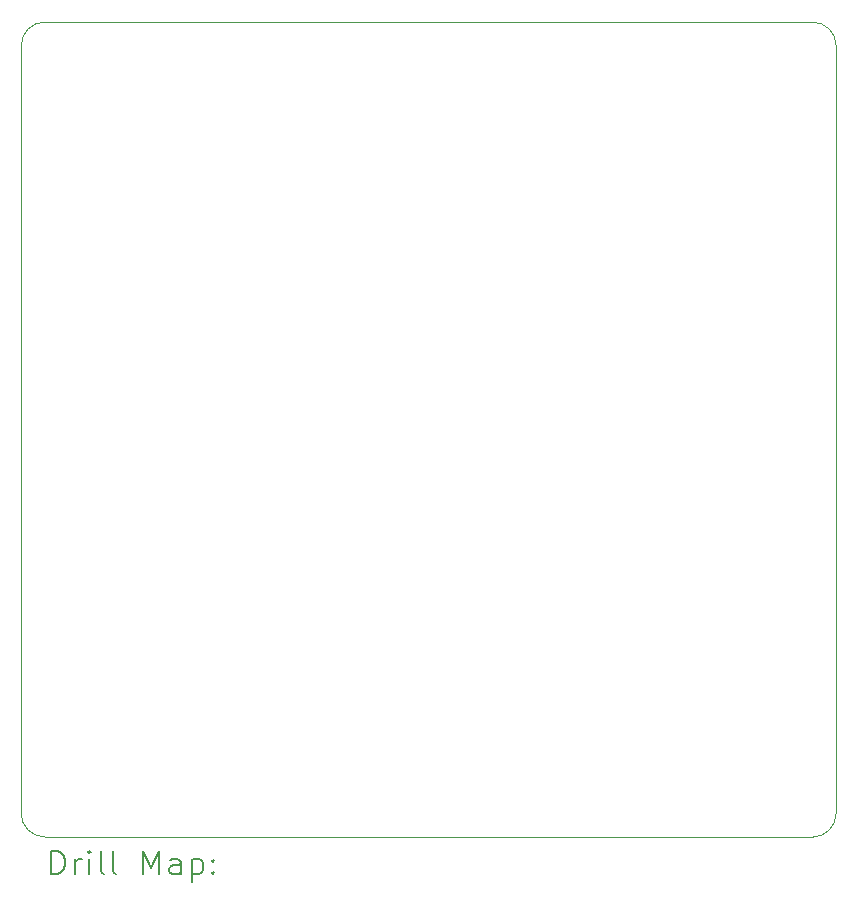
<source format=gbr>
%TF.GenerationSoftware,KiCad,Pcbnew,9.0.6*%
%TF.CreationDate,2025-12-10T23:32:01+01:00*%
%TF.ProjectId,floppyv3_expansion,666c6f70-7079-4763-935f-657870616e73,rev?*%
%TF.SameCoordinates,Original*%
%TF.FileFunction,Drillmap*%
%TF.FilePolarity,Positive*%
%FSLAX45Y45*%
G04 Gerber Fmt 4.5, Leading zero omitted, Abs format (unit mm)*
G04 Created by KiCad (PCBNEW 9.0.6) date 2025-12-10 23:32:01*
%MOMM*%
%LPD*%
G01*
G04 APERTURE LIST*
%ADD10C,0.100000*%
%ADD11C,0.200000*%
G04 APERTURE END LIST*
D10*
X8061421Y-6641421D02*
X8060000Y-13139919D01*
X14961421Y-13141424D02*
G75*
G02*
X14761421Y-13341421I-199991J-6D01*
G01*
X14761421Y-13341424D02*
X8259999Y-13339995D01*
X8061421Y-6641421D02*
G75*
G02*
X8261421Y-6441421I199999J1D01*
G01*
X8259999Y-13339995D02*
G75*
G02*
X8059995Y-13139919I1J200005D01*
G01*
X14761420Y-6441424D02*
X8261420Y-6441421D01*
X14761421Y-6441424D02*
G75*
G02*
X14961416Y-6641424I-1J-199996D01*
G01*
X14961421Y-13141424D02*
X14961421Y-6641424D01*
D11*
X8315772Y-13657907D02*
X8315772Y-13457907D01*
X8315772Y-13457907D02*
X8363391Y-13457907D01*
X8363391Y-13457907D02*
X8391962Y-13467431D01*
X8391962Y-13467431D02*
X8411010Y-13486479D01*
X8411010Y-13486479D02*
X8420534Y-13505526D01*
X8420534Y-13505526D02*
X8430058Y-13543622D01*
X8430058Y-13543622D02*
X8430058Y-13572193D01*
X8430058Y-13572193D02*
X8420534Y-13610288D01*
X8420534Y-13610288D02*
X8411010Y-13629336D01*
X8411010Y-13629336D02*
X8391962Y-13648384D01*
X8391962Y-13648384D02*
X8363391Y-13657907D01*
X8363391Y-13657907D02*
X8315772Y-13657907D01*
X8515772Y-13657907D02*
X8515772Y-13524574D01*
X8515772Y-13562669D02*
X8525296Y-13543622D01*
X8525296Y-13543622D02*
X8534820Y-13534098D01*
X8534820Y-13534098D02*
X8553867Y-13524574D01*
X8553867Y-13524574D02*
X8572915Y-13524574D01*
X8639581Y-13657907D02*
X8639581Y-13524574D01*
X8639581Y-13457907D02*
X8630058Y-13467431D01*
X8630058Y-13467431D02*
X8639581Y-13476955D01*
X8639581Y-13476955D02*
X8649105Y-13467431D01*
X8649105Y-13467431D02*
X8639581Y-13457907D01*
X8639581Y-13457907D02*
X8639581Y-13476955D01*
X8763391Y-13657907D02*
X8744343Y-13648384D01*
X8744343Y-13648384D02*
X8734820Y-13629336D01*
X8734820Y-13629336D02*
X8734820Y-13457907D01*
X8868153Y-13657907D02*
X8849105Y-13648384D01*
X8849105Y-13648384D02*
X8839581Y-13629336D01*
X8839581Y-13629336D02*
X8839581Y-13457907D01*
X9096724Y-13657907D02*
X9096724Y-13457907D01*
X9096724Y-13457907D02*
X9163391Y-13600764D01*
X9163391Y-13600764D02*
X9230058Y-13457907D01*
X9230058Y-13457907D02*
X9230058Y-13657907D01*
X9411010Y-13657907D02*
X9411010Y-13553145D01*
X9411010Y-13553145D02*
X9401486Y-13534098D01*
X9401486Y-13534098D02*
X9382439Y-13524574D01*
X9382439Y-13524574D02*
X9344343Y-13524574D01*
X9344343Y-13524574D02*
X9325296Y-13534098D01*
X9411010Y-13648384D02*
X9391962Y-13657907D01*
X9391962Y-13657907D02*
X9344343Y-13657907D01*
X9344343Y-13657907D02*
X9325296Y-13648384D01*
X9325296Y-13648384D02*
X9315772Y-13629336D01*
X9315772Y-13629336D02*
X9315772Y-13610288D01*
X9315772Y-13610288D02*
X9325296Y-13591241D01*
X9325296Y-13591241D02*
X9344343Y-13581717D01*
X9344343Y-13581717D02*
X9391962Y-13581717D01*
X9391962Y-13581717D02*
X9411010Y-13572193D01*
X9506248Y-13524574D02*
X9506248Y-13724574D01*
X9506248Y-13534098D02*
X9525296Y-13524574D01*
X9525296Y-13524574D02*
X9563391Y-13524574D01*
X9563391Y-13524574D02*
X9582439Y-13534098D01*
X9582439Y-13534098D02*
X9591962Y-13543622D01*
X9591962Y-13543622D02*
X9601486Y-13562669D01*
X9601486Y-13562669D02*
X9601486Y-13619812D01*
X9601486Y-13619812D02*
X9591962Y-13638860D01*
X9591962Y-13638860D02*
X9582439Y-13648384D01*
X9582439Y-13648384D02*
X9563391Y-13657907D01*
X9563391Y-13657907D02*
X9525296Y-13657907D01*
X9525296Y-13657907D02*
X9506248Y-13648384D01*
X9687201Y-13638860D02*
X9696724Y-13648384D01*
X9696724Y-13648384D02*
X9687201Y-13657907D01*
X9687201Y-13657907D02*
X9677677Y-13648384D01*
X9677677Y-13648384D02*
X9687201Y-13638860D01*
X9687201Y-13638860D02*
X9687201Y-13657907D01*
X9687201Y-13534098D02*
X9696724Y-13543622D01*
X9696724Y-13543622D02*
X9687201Y-13553145D01*
X9687201Y-13553145D02*
X9677677Y-13543622D01*
X9677677Y-13543622D02*
X9687201Y-13534098D01*
X9687201Y-13534098D02*
X9687201Y-13553145D01*
M02*

</source>
